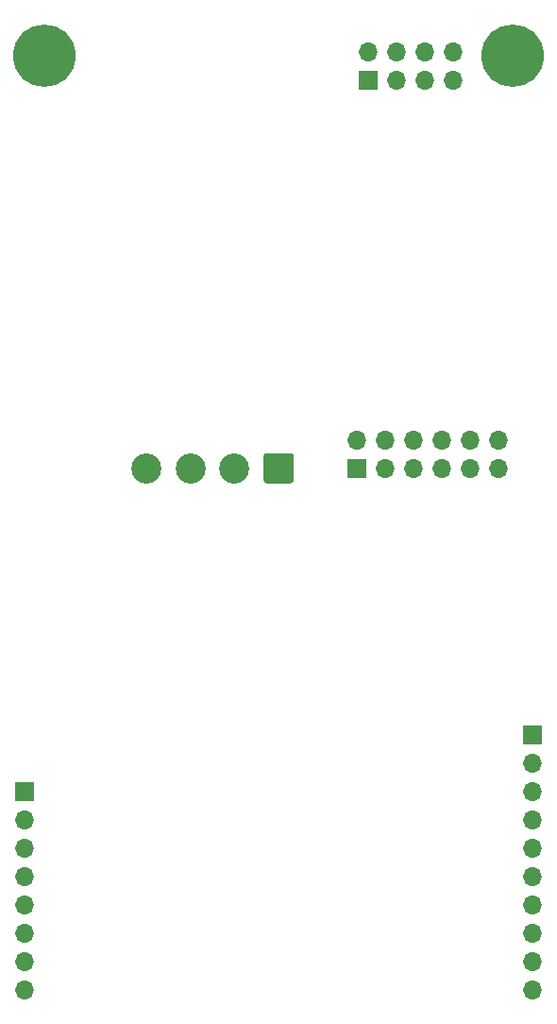
<source format=gbr>
%TF.GenerationSoftware,KiCad,Pcbnew,(5.1.9-0-10_14)*%
%TF.CreationDate,2021-03-07T13:53:49+01:00*%
%TF.ProjectId,ADC Piggy Board,41444320-5069-4676-9779-20426f617264,rev?*%
%TF.SameCoordinates,Original*%
%TF.FileFunction,Soldermask,Bot*%
%TF.FilePolarity,Negative*%
%FSLAX46Y46*%
G04 Gerber Fmt 4.6, Leading zero omitted, Abs format (unit mm)*
G04 Created by KiCad (PCBNEW (5.1.9-0-10_14)) date 2021-03-07 13:53:49*
%MOMM*%
%LPD*%
G01*
G04 APERTURE LIST*
%ADD10O,1.700000X1.700000*%
%ADD11R,1.700000X1.700000*%
%ADD12C,2.700000*%
%ADD13C,5.600000*%
G04 APERTURE END LIST*
D10*
%TO.C,J7*%
X169700000Y-88460000D03*
X169700000Y-91000000D03*
X167160000Y-88460000D03*
X167160000Y-91000000D03*
X164620000Y-88460000D03*
X164620000Y-91000000D03*
X162080000Y-88460000D03*
X162080000Y-91000000D03*
X159540000Y-88460000D03*
X159540000Y-91000000D03*
X157000000Y-88460000D03*
D11*
X157000000Y-91000000D03*
%TD*%
D10*
%TO.C,J1*%
X165620000Y-53710000D03*
X165620000Y-56250000D03*
X163080000Y-53710000D03*
X163080000Y-56250000D03*
X160540000Y-53710000D03*
X160540000Y-56250000D03*
X158000000Y-53710000D03*
D11*
X158000000Y-56250000D03*
%TD*%
D12*
%TO.C,J6*%
X138120000Y-91000000D03*
X142080000Y-91000000D03*
X146040000Y-91000000D03*
G36*
G01*
X151350000Y-89900001D02*
X151350000Y-92099999D01*
G75*
G02*
X151099999Y-92350000I-250001J0D01*
G01*
X148900001Y-92350000D01*
G75*
G02*
X148650000Y-92099999I0J250001D01*
G01*
X148650000Y-89900001D01*
G75*
G02*
X148900001Y-89650000I250001J0D01*
G01*
X151099999Y-89650000D01*
G75*
G02*
X151350000Y-89900001I0J-250001D01*
G01*
G37*
%TD*%
D13*
%TO.C,H2*%
X171000000Y-54000000D03*
%TD*%
%TO.C,H1*%
X129000000Y-54000000D03*
%TD*%
D10*
%TO.C,J4*%
X127200000Y-137780000D03*
X127200000Y-135240000D03*
X127200000Y-132700000D03*
X127200000Y-130160000D03*
X127200000Y-127620000D03*
X127200000Y-125080000D03*
X127200000Y-122540000D03*
D11*
X127200000Y-120000000D03*
%TD*%
D10*
%TO.C,J3*%
X172800000Y-137780000D03*
X172800000Y-135240000D03*
X172800000Y-132700000D03*
X172800000Y-130160000D03*
X172800000Y-127620000D03*
X172800000Y-125080000D03*
X172800000Y-122540000D03*
X172800000Y-120000000D03*
X172800000Y-117460000D03*
D11*
X172800000Y-114920000D03*
%TD*%
M02*

</source>
